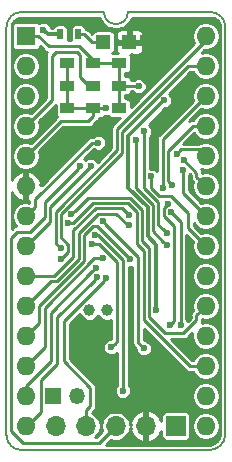
<source format=gbl>
G04 #@! TF.GenerationSoftware,KiCad,Pcbnew,5.0.1-33cea8e~68~ubuntu16.04.1*
G04 #@! TF.CreationDate,2018-11-17T04:31:05+03:00*
G04 #@! TF.ProjectId,ayx,6179782E6B696361645F706362000000,rev?*
G04 #@! TF.SameCoordinates,Original*
G04 #@! TF.FileFunction,Copper,L2,Bot,Signal*
G04 #@! TF.FilePolarity,Positive*
%FSLAX46Y46*%
G04 Gerber Fmt 4.6, Leading zero omitted, Abs format (unit mm)*
G04 Created by KiCad (PCBNEW 5.0.1-33cea8e~68~ubuntu16.04.1) date Сб 17 ноя 2018 04:31:05*
%MOMM*%
%LPD*%
G01*
G04 APERTURE LIST*
G04 #@! TA.AperFunction,NonConductor*
%ADD10C,0.150000*%
G04 #@! TD*
G04 #@! TA.AperFunction,ComponentPad*
%ADD11O,1.600000X1.600000*%
G04 #@! TD*
G04 #@! TA.AperFunction,ComponentPad*
%ADD12R,1.600000X1.600000*%
G04 #@! TD*
G04 #@! TA.AperFunction,ComponentPad*
%ADD13O,1.700000X1.700000*%
G04 #@! TD*
G04 #@! TA.AperFunction,ComponentPad*
%ADD14R,1.700000X1.700000*%
G04 #@! TD*
G04 #@! TA.AperFunction,SMDPad,CuDef*
%ADD15R,1.200000X0.900000*%
G04 #@! TD*
G04 #@! TA.AperFunction,ComponentPad*
%ADD16O,1.350000X1.350000*%
G04 #@! TD*
G04 #@! TA.AperFunction,ComponentPad*
%ADD17R,1.350000X1.350000*%
G04 #@! TD*
G04 #@! TA.AperFunction,SMDPad,CuDef*
%ADD18R,1.200000X1.200000*%
G04 #@! TD*
G04 #@! TA.AperFunction,SMDPad,CuDef*
%ADD19R,0.500000X0.900000*%
G04 #@! TD*
G04 #@! TA.AperFunction,ComponentPad*
%ADD20C,1.000000*%
G04 #@! TD*
G04 #@! TA.AperFunction,ViaPad*
%ADD21C,0.600000*%
G04 #@! TD*
G04 #@! TA.AperFunction,Conductor*
%ADD22C,0.300000*%
G04 #@! TD*
G04 #@! TA.AperFunction,Conductor*
%ADD23C,0.250000*%
G04 #@! TD*
G04 APERTURE END LIST*
D10*
X146939000Y-84328000D02*
G75*
G03X148971000Y-84328000I1016000J0D01*
G01*
X146939000Y-84328000D02*
X139954000Y-84328000D01*
X155829000Y-121417761D02*
G75*
G03X157226000Y-120142000I0J1402761D01*
G01*
X138684000Y-120142000D02*
G75*
G03X139954000Y-121412000I1270000J0D01*
G01*
X157226000Y-85598000D02*
G75*
G03X155956000Y-84328000I-1270000J0D01*
G01*
X139954000Y-84328000D02*
G75*
G03X138684000Y-85598000I0J-1270000D01*
G01*
X138684000Y-120142000D02*
X138684000Y-85598000D01*
X155829000Y-121412000D02*
X139954000Y-121412000D01*
X157226000Y-85598000D02*
X157226000Y-120142000D01*
X148971000Y-84328000D02*
X155956000Y-84328000D01*
D11*
G04 #@! TO.P,U2,28*
G04 #@! TO.N,Z80_D0*
X155575000Y-86360000D03*
G04 #@! TO.P,U2,14*
G04 #@! TO.N,IOA0*
X140335000Y-119380000D03*
G04 #@! TO.P,U2,27*
G04 #@! TO.N,Z80_D1*
X155575000Y-88900000D03*
G04 #@! TO.P,U2,13*
G04 #@! TO.N,IOA1*
X140335000Y-116840000D03*
G04 #@! TO.P,U2,26*
G04 #@! TO.N,Z80_D2*
X155575000Y-91440000D03*
G04 #@! TO.P,U2,12*
G04 #@! TO.N,IOA2*
X140335000Y-114300000D03*
G04 #@! TO.P,U2,25*
G04 #@! TO.N,Z80_D3*
X155575000Y-93980000D03*
G04 #@! TO.P,U2,11*
G04 #@! TO.N,IOA3*
X140335000Y-111760000D03*
G04 #@! TO.P,U2,24*
G04 #@! TO.N,Z80_D4*
X155575000Y-96520000D03*
G04 #@! TO.P,U2,10*
G04 #@! TO.N,IOA4*
X140335000Y-109220000D03*
G04 #@! TO.P,U2,23*
G04 #@! TO.N,Z80_D5*
X155575000Y-99060000D03*
G04 #@! TO.P,U2,9*
G04 #@! TO.N,IOA5*
X140335000Y-106680000D03*
G04 #@! TO.P,U2,22*
G04 #@! TO.N,Z80_D6*
X155575000Y-101600000D03*
G04 #@! TO.P,U2,8*
G04 #@! TO.N,IOA6*
X140335000Y-104140000D03*
G04 #@! TO.P,U2,21*
G04 #@! TO.N,Z80_D7*
X155575000Y-104140000D03*
G04 #@! TO.P,U2,7*
G04 #@! TO.N,IOA7*
X140335000Y-101600000D03*
G04 #@! TO.P,U2,20*
G04 #@! TO.N,AY_BC1*
X155575000Y-106680000D03*
G04 #@! TO.P,U2,6*
G04 #@! TO.N,GND*
X140335000Y-99060000D03*
G04 #@! TO.P,U2,19*
G04 #@! TO.N,AY_BC2*
X155575000Y-109220000D03*
G04 #@! TO.P,U2,5*
G04 #@! TO.N,A_CHA*
X140335000Y-96520000D03*
G04 #@! TO.P,U2,18*
G04 #@! TO.N,AY_BDIR*
X155575000Y-111760000D03*
G04 #@! TO.P,U2,4*
G04 #@! TO.N,A_CHB*
X140335000Y-93980000D03*
G04 #@! TO.P,U2,17*
G04 #@! TO.N,AY_A8*
X155575000Y-114300000D03*
G04 #@! TO.P,U2,3*
G04 #@! TO.N,VDD5*
X140335000Y-91440000D03*
G04 #@! TO.P,U2,16*
G04 #@! TO.N,~AY_RST*
X155575000Y-116840000D03*
G04 #@! TO.P,U2,2*
G04 #@! TO.N,Net-(U2-Pad2)*
X140335000Y-88900000D03*
G04 #@! TO.P,U2,15*
G04 #@! TO.N,AY_CLK*
X155575000Y-119380000D03*
D12*
G04 #@! TO.P,U2,1*
G04 #@! TO.N,A_CHC*
X140335000Y-86360000D03*
G04 #@! TD*
D13*
G04 #@! TO.P,J2,5*
G04 #@! TO.N,SWD*
X142875000Y-119380000D03*
G04 #@! TO.P,J2,4*
G04 #@! TO.N,~RES*
X145415000Y-119380000D03*
G04 #@! TO.P,J2,3*
G04 #@! TO.N,SWDIO*
X147955000Y-119380000D03*
G04 #@! TO.P,J2,2*
G04 #@! TO.N,GND*
X150495000Y-119380000D03*
D14*
G04 #@! TO.P,J2,1*
G04 #@! TO.N,SWCLK*
X153035000Y-119380000D03*
G04 #@! TD*
D15*
G04 #@! TO.P,R6,2*
G04 #@! TO.N,A_CHA*
X143850000Y-92456000D03*
G04 #@! TO.P,R6,1*
X146050000Y-92456000D03*
G04 #@! TD*
G04 #@! TO.P,R7,2*
G04 #@! TO.N,A_CHA*
X143850000Y-90551000D03*
G04 #@! TO.P,R7,1*
G04 #@! TO.N,A_CHB*
X146050000Y-90551000D03*
G04 #@! TD*
G04 #@! TO.P,R8,2*
G04 #@! TO.N,A_CHA*
X143850000Y-88646000D03*
G04 #@! TO.P,R8,1*
G04 #@! TO.N,A_CHC*
X146050000Y-88646000D03*
G04 #@! TD*
G04 #@! TO.P,R9,2*
G04 #@! TO.N,A_CHC*
X148250000Y-88646000D03*
G04 #@! TO.P,R9,1*
X146050000Y-88646000D03*
G04 #@! TD*
G04 #@! TO.P,R10,2*
G04 #@! TO.N,A_CHC*
X148250000Y-92456000D03*
G04 #@! TO.P,R10,1*
G04 #@! TO.N,A_CHA*
X146050000Y-92456000D03*
G04 #@! TD*
G04 #@! TO.P,R11,2*
G04 #@! TO.N,A_CHC*
X148250000Y-90551000D03*
G04 #@! TO.P,R11,1*
G04 #@! TO.N,A_CHB*
X146050000Y-90551000D03*
G04 #@! TD*
D16*
G04 #@! TO.P,JP1,2*
G04 #@! TO.N,Net-(JP1-Pad2)*
X144627600Y-116840000D03*
D17*
G04 #@! TO.P,JP1,1*
G04 #@! TO.N,VDD33*
X142627600Y-116840000D03*
G04 #@! TD*
D18*
G04 #@! TO.P,D1,1*
G04 #@! TO.N,GND*
X149100000Y-86868000D03*
G04 #@! TO.P,D1,2*
G04 #@! TO.N,Net-(D1-Pad2)*
X146900000Y-86868000D03*
G04 #@! TD*
D19*
G04 #@! TO.P,R12,2*
G04 #@! TO.N,Net-(D1-Pad2)*
X144750000Y-86200000D03*
G04 #@! TO.P,R12,1*
G04 #@! TO.N,VDD5*
X143250000Y-86200000D03*
G04 #@! TD*
D20*
G04 #@! TO.P,Y1,2*
G04 #@! TO.N,Net-(C2-Pad2)*
X147218400Y-109575600D03*
G04 #@! TO.P,Y1,1*
G04 #@! TO.N,Net-(C1-Pad2)*
X145718400Y-109575600D03*
G04 #@! TD*
D21*
G04 #@! TO.N,VDDA33*
X152031449Y-91803449D03*
X151370743Y-109549891D03*
G04 #@! TO.N,GND*
X150289108Y-86490942D03*
X141833600Y-90906600D03*
X154533600Y-108102400D03*
X156235400Y-113030000D03*
X146456400Y-114274600D03*
X146735800Y-93903800D03*
X154025600Y-91744800D03*
G04 #@! TO.N,SWCLK*
X150317198Y-112801400D03*
X146844816Y-102043375D03*
G04 #@! TO.N,SWDIO*
X144946640Y-97362973D03*
G04 #@! TO.N,~RES*
X147157727Y-106882748D03*
G04 #@! TO.N,SWD*
X146149210Y-103181824D03*
X148539200Y-116408200D03*
G04 #@! TO.N,Net-(R4-Pad2)*
X152362369Y-100545764D03*
X152499451Y-110850143D03*
G04 #@! TO.N,Net-(R5-Pad2)*
X153423498Y-110809994D03*
X152633643Y-101298379D03*
G04 #@! TO.N,IOA0*
X146364996Y-106773788D03*
G04 #@! TO.N,IOA1*
X146241545Y-105983367D03*
G04 #@! TO.N,IOA2*
X146865235Y-105182725D03*
G04 #@! TO.N,IOA3*
X149159435Y-105241892D03*
G04 #@! TO.N,A_CHA*
X149663585Y-95126688D03*
X152264779Y-104063800D03*
X147116800Y-92481402D03*
G04 #@! TO.N,A_CHC*
X150331444Y-94434278D03*
X152264779Y-103022400D03*
X149885400Y-90627200D03*
G04 #@! TO.N,IOA4*
X149077694Y-102360635D03*
G04 #@! TO.N,IOA5*
X149083576Y-101548487D03*
G04 #@! TO.N,Z80_D2*
X151916120Y-99231602D03*
G04 #@! TO.N,Z80_D3*
X152670249Y-98964567D03*
G04 #@! TO.N,Z80_D4*
X153098576Y-96328860D03*
G04 #@! TO.N,Z80_D5*
X153705390Y-96850200D03*
G04 #@! TO.N,Z80_D6*
X153618343Y-97669024D03*
G04 #@! TO.N,Z80_D7*
X150951837Y-98251192D03*
G04 #@! TO.N,IOA6*
X145835290Y-97373401D03*
G04 #@! TO.N,IOA7*
X146456400Y-95377002D03*
G04 #@! TO.N,AY_BC2*
X144180065Y-101432835D03*
G04 #@! TO.N,AY_A8*
X143924611Y-102190966D03*
G04 #@! TO.N,Z80_D0*
X143287557Y-104338244D03*
G04 #@! TO.N,Z80_D1*
X143270012Y-105257573D03*
G04 #@! TO.N,VDD5*
X141822782Y-85827000D03*
G04 #@! TO.N,Net-(JP1-Pad2)*
X145915340Y-103946889D03*
X147548600Y-112699800D03*
G04 #@! TD*
D22*
G04 #@! TO.N,VDDA33*
X148971624Y-94863274D02*
X148971624Y-99192116D01*
X151370743Y-109125627D02*
X151370743Y-109549891D01*
X148971624Y-99192116D02*
X150633608Y-100854100D01*
X151370743Y-104050543D02*
X151370743Y-109125627D01*
X150633608Y-103313408D02*
X151370743Y-104050543D01*
X150633608Y-100854100D02*
X150633608Y-103313408D01*
X152031449Y-91803449D02*
X148971624Y-94863274D01*
D23*
G04 #@! TO.N,GND*
X149100000Y-86868000D02*
X149912050Y-86868000D01*
X149912050Y-86868000D02*
X150289108Y-86490942D01*
G04 #@! TO.N,SWCLK*
X150317198Y-112801400D02*
X149845719Y-112329921D01*
X147144815Y-102343374D02*
X146844816Y-102043375D01*
X149850001Y-108872807D02*
X149850001Y-105048560D01*
X149850001Y-105048560D02*
X147144815Y-102343374D01*
X149845719Y-108877089D02*
X149850001Y-108872807D01*
X149845719Y-112329921D02*
X149845719Y-108877089D01*
G04 #@! TO.N,SWDIO*
X141935200Y-100374413D02*
X144646641Y-97662972D01*
X141935200Y-101664802D02*
X141935200Y-100374413D01*
X139599200Y-102920800D02*
X140679202Y-102920800D01*
X147955000Y-119380000D02*
X146507200Y-120827800D01*
X144646641Y-97662972D02*
X144946640Y-97362973D01*
X146507200Y-120827800D02*
X140117798Y-120827800D01*
X139090400Y-103429600D02*
X139599200Y-102920800D01*
X140117798Y-120827800D02*
X139090400Y-119800402D01*
X140679202Y-102920800D02*
X141935200Y-101664802D01*
X139090400Y-119800402D02*
X139090400Y-103429600D01*
G04 #@! TO.N,~RES*
X146857728Y-107182747D02*
X147157727Y-106882748D01*
X143535400Y-110505075D02*
X146857728Y-107182747D01*
X143535400Y-113893600D02*
X143535400Y-110505075D01*
X145415000Y-118059200D02*
X145796000Y-117678200D01*
X145415000Y-119380000D02*
X145415000Y-118059200D01*
X145796000Y-117678200D02*
X145796000Y-116154200D01*
X145796000Y-116154200D02*
X143535400Y-113893600D01*
G04 #@! TO.N,SWD*
X148539200Y-115983936D02*
X148539200Y-116408200D01*
X148539200Y-105319005D02*
X148539200Y-115983936D01*
X146402019Y-103181824D02*
X148539200Y-105319005D01*
X146149210Y-103181824D02*
X146402019Y-103181824D01*
G04 #@! TO.N,Net-(R4-Pad2)*
X152008641Y-100899492D02*
X152008641Y-101598381D01*
X152889789Y-102479529D02*
X152889789Y-110459805D01*
X152889789Y-110459805D02*
X152799450Y-110550144D01*
X152008641Y-101598381D02*
X152889789Y-102479529D01*
X152799450Y-110550144D02*
X152499451Y-110850143D01*
X152362369Y-100545764D02*
X152008641Y-100899492D01*
G04 #@! TO.N,Net-(R5-Pad2)*
X153423498Y-102088234D02*
X152933642Y-101598378D01*
X153423498Y-110809994D02*
X153423498Y-102088234D01*
X152933642Y-101598378D02*
X152633643Y-101298379D01*
G04 #@! TO.N,IOA0*
X142951200Y-110187584D02*
X146064997Y-107073787D01*
X142951200Y-114122200D02*
X142951200Y-110187584D01*
X140335000Y-119380000D02*
X140385800Y-119380000D01*
X146064997Y-107073787D02*
X146364996Y-106773788D01*
X140385800Y-119380000D02*
X141579600Y-118186200D01*
X141579600Y-118186200D02*
X141579600Y-115493800D01*
X141579600Y-115493800D02*
X142951200Y-114122200D01*
G04 #@! TO.N,IOA1*
X140335000Y-116840000D02*
X140335000Y-115965002D01*
X140335000Y-115965002D02*
X142417800Y-113882202D01*
X145941546Y-106283366D02*
X146241545Y-105983367D01*
X142417800Y-109807112D02*
X145941546Y-106283366D01*
X142417800Y-113882202D02*
X142417800Y-109807112D01*
G04 #@! TO.N,IOA2*
X141655800Y-112979200D02*
X140335000Y-114300000D01*
X146137975Y-105182725D02*
X141910011Y-109410689D01*
X146865235Y-105182725D02*
X146137975Y-105182725D01*
X141910011Y-109410689D02*
X141910011Y-112724989D01*
X141910011Y-112724989D02*
X141655800Y-112979200D01*
G04 #@! TO.N,IOA3*
X146355743Y-102438200D02*
X148859436Y-104941893D01*
X146008936Y-102438200D02*
X146355743Y-102438200D01*
X145262600Y-105421691D02*
X145262600Y-103184536D01*
X145262600Y-103184536D02*
X146008936Y-102438200D01*
X141460001Y-110634999D02*
X141460001Y-109224289D01*
X148859436Y-104941893D02*
X149159435Y-105241892D01*
X140335000Y-111760000D02*
X141460001Y-110634999D01*
X141460001Y-109224289D02*
X145262600Y-105421691D01*
G04 #@! TO.N,A_CHA*
X140335000Y-96520000D02*
X143264537Y-93590463D01*
X143264537Y-93590463D02*
X145615537Y-93590463D01*
X145615537Y-93590463D02*
X146050000Y-93156000D01*
X143850000Y-92456000D02*
X146050000Y-92456000D01*
X143850000Y-88900000D02*
X143850000Y-92456000D01*
X151108619Y-102907640D02*
X151964780Y-103763801D01*
X149663585Y-95126688D02*
X149663585Y-99189539D01*
X149663585Y-99189539D02*
X151108619Y-100634573D01*
X151964780Y-103763801D02*
X152264779Y-104063800D01*
X151108619Y-100634573D02*
X151108619Y-102907640D01*
X146050000Y-92456000D02*
X146050000Y-93156000D01*
X146075402Y-92481402D02*
X146050000Y-92456000D01*
X147116800Y-92481402D02*
X146075402Y-92481402D01*
G04 #@! TO.N,A_CHC*
X144860539Y-87231316D02*
X142256316Y-87231316D01*
X146050000Y-88420777D02*
X144860539Y-87231316D01*
X146050000Y-88900000D02*
X146050000Y-88420777D01*
X142256316Y-87231316D02*
X141385000Y-86360000D01*
X141385000Y-86360000D02*
X140335000Y-86360000D01*
X148250000Y-88900000D02*
X148250000Y-92456000D01*
X146050000Y-88646000D02*
X148250000Y-88646000D01*
X149809200Y-90551000D02*
X149885400Y-90627200D01*
X148250000Y-90551000D02*
X149809200Y-90551000D01*
X151558630Y-100448173D02*
X151558630Y-102316251D01*
X150331444Y-97946581D02*
X150326835Y-97951190D01*
X150326835Y-99216378D02*
X151558630Y-100448173D01*
X151964780Y-102722401D02*
X152264779Y-103022400D01*
X151558630Y-102316251D02*
X151964780Y-102722401D01*
X150331444Y-94434278D02*
X150331444Y-97946581D01*
X150326835Y-97951190D02*
X150326835Y-99216378D01*
G04 #@! TO.N,IOA4*
X149077694Y-102360635D02*
X149045835Y-102360635D01*
X142936080Y-107111800D02*
X142443200Y-107111800D01*
X144812589Y-105235291D02*
X142936080Y-107111800D01*
X146421666Y-101389059D02*
X144812589Y-102998136D01*
X144812589Y-102998136D02*
X144812589Y-105235291D01*
X147999146Y-101389059D02*
X146421666Y-101389059D01*
X148970722Y-102360635D02*
X147999146Y-101389059D01*
X149077694Y-102360635D02*
X148970722Y-102360635D01*
X142443200Y-107111800D02*
X140335000Y-109220000D01*
G04 #@! TO.N,IOA5*
X144362578Y-105048891D02*
X144362578Y-102811736D01*
X141466370Y-106680000D02*
X141484581Y-106661789D01*
X144362578Y-102811736D02*
X146235266Y-100939048D01*
X146235266Y-100939048D02*
X148474137Y-100939048D01*
X148474137Y-100939048D02*
X148783577Y-101248488D01*
X142749680Y-106661789D02*
X144362578Y-105048891D01*
X148783577Y-101248488D02*
X149083576Y-101548487D01*
X141484581Y-106661789D02*
X142749680Y-106661789D01*
X140335000Y-106680000D02*
X141466370Y-106680000D01*
G04 #@! TO.N,Z80_D2*
X151917400Y-99230322D02*
X151916120Y-99231602D01*
X155575000Y-91440000D02*
X151917400Y-95097600D01*
X151917400Y-95097600D02*
X151917400Y-99230322D01*
G04 #@! TO.N,Z80_D3*
X154443630Y-93980000D02*
X155575000Y-93980000D01*
X152370250Y-96053380D02*
X154443630Y-93980000D01*
X152670249Y-98964567D02*
X152370250Y-98664568D01*
X152370250Y-98664568D02*
X152370250Y-96053380D01*
G04 #@! TO.N,Z80_D4*
X153398575Y-96028861D02*
X153098576Y-96328860D01*
X153466236Y-95961200D02*
X153398575Y-96028861D01*
X155016200Y-95961200D02*
X153466236Y-95961200D01*
X155575000Y-96520000D02*
X155016200Y-95961200D01*
G04 #@! TO.N,Z80_D5*
X154775001Y-97919811D02*
X153705390Y-96850200D01*
X155575000Y-99060000D02*
X154775001Y-98260001D01*
X154775001Y-98260001D02*
X154775001Y-97919811D01*
G04 #@! TO.N,Z80_D6*
X155575000Y-101600000D02*
X153618343Y-99643343D01*
X153618343Y-98093288D02*
X153618343Y-97669024D01*
X153618343Y-99643343D02*
X153618343Y-98093288D01*
G04 #@! TO.N,Z80_D7*
X154076400Y-101339266D02*
X152631923Y-99894789D01*
X155575000Y-104140000D02*
X154076400Y-102641400D01*
X154076400Y-102641400D02*
X154076400Y-101339266D01*
X150951837Y-99204970D02*
X150951837Y-98675456D01*
X150951837Y-98675456D02*
X150951837Y-98251192D01*
X151641656Y-99894789D02*
X150951837Y-99204970D01*
X152631923Y-99894789D02*
X151641656Y-99894789D01*
G04 #@! TO.N,IOA6*
X142392400Y-100816291D02*
X145535291Y-97673400D01*
X142392400Y-102082600D02*
X142392400Y-100816291D01*
X145535291Y-97673400D02*
X145835290Y-97373401D01*
X140335000Y-104140000D02*
X142392400Y-102082600D01*
G04 #@! TO.N,IOA7*
X140335000Y-101600000D02*
X141134999Y-100800001D01*
X141134999Y-100800001D02*
X141134999Y-100169089D01*
X146032136Y-95377002D02*
X146456400Y-95377002D01*
X145927086Y-95377002D02*
X146032136Y-95377002D01*
X141134999Y-100169089D02*
X145927086Y-95377002D01*
G04 #@! TO.N,AY_BC2*
X155575000Y-109220000D02*
X154775001Y-110019999D01*
X145573874Y-100039026D02*
X144480064Y-101132836D01*
X150158597Y-103755030D02*
X150158597Y-101050856D01*
X150745741Y-109249889D02*
X150750023Y-109245607D01*
X153670000Y-111531400D02*
X152116351Y-111531400D01*
X144480064Y-101132836D02*
X144180065Y-101432835D01*
X150158597Y-101050856D02*
X149146767Y-100039026D01*
X150745741Y-110160790D02*
X150745741Y-109249889D01*
X152116351Y-111531400D02*
X150745741Y-110160790D01*
X154775001Y-110426399D02*
X153670000Y-111531400D01*
X149146767Y-100039026D02*
X145573874Y-100039026D01*
X150750023Y-104346456D02*
X150158597Y-103755030D01*
X150750023Y-109245607D02*
X150750023Y-104346456D01*
X154775001Y-110019999D02*
X154775001Y-110426399D01*
G04 #@! TO.N,AY_A8*
X155575000Y-114300000D02*
X154195584Y-114300000D01*
X150295730Y-109063489D02*
X150300012Y-109059207D01*
X150300012Y-104532856D02*
X149708586Y-103941430D01*
X146048866Y-100489037D02*
X144346937Y-102190966D01*
X150300012Y-109059207D02*
X150300012Y-104532856D01*
X154195584Y-114300000D02*
X150295730Y-110400146D01*
X149708586Y-101237256D02*
X148960367Y-100489037D01*
X149708586Y-103941430D02*
X149708586Y-101237256D01*
X148960367Y-100489037D02*
X146048866Y-100489037D01*
X150295730Y-110400146D02*
X150295730Y-109063489D01*
X144346937Y-102190966D02*
X143924611Y-102190966D01*
G04 #@! TO.N,Z80_D0*
X142849600Y-103900287D02*
X142987558Y-104038245D01*
X142987558Y-104038245D02*
X143287557Y-104338244D01*
X142849600Y-101242990D02*
X142849600Y-103900287D01*
X155575000Y-86360000D02*
X155575000Y-86703587D01*
X148046602Y-94231985D02*
X148046602Y-96045988D01*
X155575000Y-86703587D02*
X148046602Y-94231985D01*
X148046602Y-96045988D02*
X142849600Y-101242990D01*
G04 #@! TO.N,Z80_D1*
X143912567Y-104615018D02*
X143570011Y-104957574D01*
X155575000Y-88900000D02*
X154051000Y-88900000D01*
X148496613Y-94454387D02*
X148496613Y-96232388D01*
X143570011Y-104957574D02*
X143270012Y-105257573D01*
X154051000Y-88900000D02*
X148496613Y-94454387D01*
X148496613Y-96232388D02*
X143299611Y-101429390D01*
X143299611Y-101429390D02*
X143299611Y-103415287D01*
X143299611Y-103415287D02*
X143912567Y-104028243D01*
X143912567Y-104028243D02*
X143912567Y-104615018D01*
D22*
G04 #@! TO.N,VDD5*
X142122781Y-86126999D02*
X141822782Y-85827000D01*
X143250000Y-86200000D02*
X142195782Y-86200000D01*
X142195782Y-86200000D02*
X142122781Y-86126999D01*
D23*
G04 #@! TO.N,Net-(JP1-Pad2)*
X145915340Y-103946889D02*
X146530674Y-103946889D01*
X147848599Y-112399801D02*
X147548600Y-112699800D01*
X148051799Y-105468014D02*
X148051799Y-112196601D01*
X146530674Y-103946889D02*
X148051799Y-105468014D01*
X148051799Y-112196601D02*
X147848599Y-112399801D01*
G04 #@! TO.N,A_CHB*
X144674139Y-87681327D02*
X144929332Y-87936520D01*
X144929332Y-87936520D02*
X144929332Y-89834332D01*
X144929332Y-89834332D02*
X145900000Y-90805000D01*
X145900000Y-90805000D02*
X146050000Y-90805000D01*
X140335000Y-93980000D02*
X142532528Y-91782472D01*
X142869509Y-87681327D02*
X144674139Y-87681327D01*
X142532528Y-91782472D02*
X142532528Y-88018308D01*
X142532528Y-88018308D02*
X142869509Y-87681327D01*
G04 #@! TO.N,Net-(D1-Pad2)*
X145255000Y-86200000D02*
X145923000Y-86868000D01*
X145923000Y-86868000D02*
X146900000Y-86868000D01*
X144750000Y-86200000D02*
X145255000Y-86200000D01*
G04 #@! TD*
G04 #@! TO.N,GND*
G36*
X146611396Y-84892501D02*
X146642176Y-84966813D01*
X146642179Y-84966816D01*
X146862417Y-85296425D01*
X146986573Y-85420581D01*
X147316184Y-85640821D01*
X147316187Y-85640824D01*
X147378709Y-85666721D01*
X147478403Y-85708016D01*
X147478409Y-85708016D01*
X147867203Y-85785352D01*
X147867209Y-85785354D01*
X147955000Y-85785353D01*
X148042791Y-85785354D01*
X148042797Y-85785352D01*
X148431591Y-85708016D01*
X148431597Y-85708016D01*
X148531291Y-85666721D01*
X148593813Y-85640824D01*
X148593816Y-85640821D01*
X148923427Y-85420581D01*
X149047583Y-85296425D01*
X149267821Y-84966816D01*
X149267824Y-84966813D01*
X149298604Y-84892501D01*
X149322837Y-84834000D01*
X156234125Y-84834000D01*
X156478622Y-84975161D01*
X156660129Y-85191472D01*
X156763581Y-85475703D01*
X156776000Y-85617651D01*
X156776001Y-120084173D01*
X156693100Y-120401428D01*
X156521339Y-120660493D01*
X156274925Y-120849952D01*
X155962017Y-120955596D01*
X155875957Y-120962524D01*
X155873321Y-120962000D01*
X147080106Y-120962000D01*
X147503013Y-120539094D01*
X147834348Y-120605000D01*
X148075652Y-120605000D01*
X148432971Y-120533925D01*
X148838176Y-120263176D01*
X149108925Y-119857971D01*
X149179135Y-119505002D01*
X149256932Y-119505002D01*
X149162096Y-119717669D01*
X149392778Y-120202046D01*
X149791263Y-120561274D01*
X150157332Y-120712893D01*
X150370000Y-120617453D01*
X150370000Y-119505000D01*
X150350000Y-119505000D01*
X150350000Y-119255000D01*
X150370000Y-119255000D01*
X150370000Y-118142547D01*
X150620000Y-118142547D01*
X150620000Y-119255000D01*
X150640000Y-119255000D01*
X150640000Y-119505000D01*
X150620000Y-119505000D01*
X150620000Y-120617453D01*
X150832668Y-120712893D01*
X151198737Y-120561274D01*
X151597222Y-120202046D01*
X151802654Y-119770688D01*
X151802654Y-120230000D01*
X151831758Y-120376317D01*
X151914641Y-120500359D01*
X152038683Y-120583242D01*
X152185000Y-120612346D01*
X153885000Y-120612346D01*
X154031317Y-120583242D01*
X154155359Y-120500359D01*
X154238242Y-120376317D01*
X154267346Y-120230000D01*
X154267346Y-119380000D01*
X154376981Y-119380000D01*
X154468175Y-119838462D01*
X154727873Y-120227127D01*
X155116538Y-120486825D01*
X155459276Y-120555000D01*
X155690724Y-120555000D01*
X156033462Y-120486825D01*
X156422127Y-120227127D01*
X156681825Y-119838462D01*
X156773019Y-119380000D01*
X156681825Y-118921538D01*
X156422127Y-118532873D01*
X156033462Y-118273175D01*
X155690724Y-118205000D01*
X155459276Y-118205000D01*
X155116538Y-118273175D01*
X154727873Y-118532873D01*
X154468175Y-118921538D01*
X154376981Y-119380000D01*
X154267346Y-119380000D01*
X154267346Y-118530000D01*
X154238242Y-118383683D01*
X154155359Y-118259641D01*
X154031317Y-118176758D01*
X153885000Y-118147654D01*
X152185000Y-118147654D01*
X152038683Y-118176758D01*
X151914641Y-118259641D01*
X151831758Y-118383683D01*
X151802654Y-118530000D01*
X151802654Y-118989312D01*
X151597222Y-118557954D01*
X151198737Y-118198726D01*
X150832668Y-118047107D01*
X150620000Y-118142547D01*
X150370000Y-118142547D01*
X150157332Y-118047107D01*
X149791263Y-118198726D01*
X149392778Y-118557954D01*
X149162096Y-119042331D01*
X149256932Y-119254998D01*
X149179135Y-119254998D01*
X149108925Y-118902029D01*
X148838176Y-118496824D01*
X148432971Y-118226075D01*
X148075652Y-118155000D01*
X147834348Y-118155000D01*
X147477029Y-118226075D01*
X147071824Y-118496824D01*
X146801075Y-118902029D01*
X146706001Y-119380000D01*
X146795906Y-119831987D01*
X146300094Y-120327800D01*
X146201459Y-120327800D01*
X146298176Y-120263176D01*
X146568925Y-119857971D01*
X146663999Y-119380000D01*
X146568925Y-118902029D01*
X146298176Y-118496824D01*
X145930293Y-118251013D01*
X146114732Y-118066574D01*
X146156480Y-118038680D01*
X146266989Y-117873290D01*
X146296000Y-117727443D01*
X146296000Y-117727442D01*
X146305795Y-117678201D01*
X146296000Y-117628960D01*
X146296000Y-116203440D01*
X146305795Y-116154199D01*
X146280263Y-116025843D01*
X146266989Y-115959110D01*
X146156480Y-115793720D01*
X146114732Y-115765825D01*
X144035400Y-113686494D01*
X144035400Y-110712181D01*
X144888662Y-109858920D01*
X144976611Y-110071248D01*
X145222752Y-110317389D01*
X145544352Y-110450600D01*
X145892448Y-110450600D01*
X146214048Y-110317389D01*
X146460189Y-110071248D01*
X146468400Y-110051425D01*
X146476611Y-110071248D01*
X146722752Y-110317389D01*
X147044352Y-110450600D01*
X147392448Y-110450600D01*
X147551800Y-110384594D01*
X147551800Y-111989494D01*
X147516494Y-112024800D01*
X147414334Y-112024800D01*
X147166243Y-112127563D01*
X146976363Y-112317443D01*
X146873600Y-112565534D01*
X146873600Y-112834066D01*
X146976363Y-113082157D01*
X147166243Y-113272037D01*
X147414334Y-113374800D01*
X147682866Y-113374800D01*
X147930957Y-113272037D01*
X148039201Y-113163793D01*
X148039201Y-115934689D01*
X148039200Y-115934694D01*
X148039200Y-115953606D01*
X147966963Y-116025843D01*
X147864200Y-116273934D01*
X147864200Y-116542466D01*
X147966963Y-116790557D01*
X148156843Y-116980437D01*
X148404934Y-117083200D01*
X148673466Y-117083200D01*
X148921557Y-116980437D01*
X149061994Y-116840000D01*
X154376981Y-116840000D01*
X154468175Y-117298462D01*
X154727873Y-117687127D01*
X155116538Y-117946825D01*
X155459276Y-118015000D01*
X155690724Y-118015000D01*
X156033462Y-117946825D01*
X156422127Y-117687127D01*
X156681825Y-117298462D01*
X156773019Y-116840000D01*
X156681825Y-116381538D01*
X156422127Y-115992873D01*
X156033462Y-115733175D01*
X155690724Y-115665000D01*
X155459276Y-115665000D01*
X155116538Y-115733175D01*
X154727873Y-115992873D01*
X154468175Y-116381538D01*
X154376981Y-116840000D01*
X149061994Y-116840000D01*
X149111437Y-116790557D01*
X149214200Y-116542466D01*
X149214200Y-116273934D01*
X149111437Y-116025843D01*
X149039200Y-115953606D01*
X149039200Y-105916892D01*
X149293701Y-105916892D01*
X149350002Y-105893571D01*
X149350001Y-108806321D01*
X149335924Y-108877089D01*
X149345720Y-108926335D01*
X149345719Y-112280680D01*
X149335924Y-112329921D01*
X149345719Y-112379162D01*
X149345719Y-112379163D01*
X149374730Y-112525010D01*
X149485239Y-112690401D01*
X149526989Y-112718297D01*
X149642198Y-112833506D01*
X149642198Y-112935666D01*
X149744961Y-113183757D01*
X149934841Y-113373637D01*
X150182932Y-113476400D01*
X150451464Y-113476400D01*
X150699555Y-113373637D01*
X150889435Y-113183757D01*
X150992198Y-112935666D01*
X150992198Y-112667134D01*
X150889435Y-112419043D01*
X150699555Y-112229163D01*
X150451464Y-112126400D01*
X150349304Y-112126400D01*
X150345719Y-112122815D01*
X150345719Y-111157241D01*
X153807209Y-114618732D01*
X153835104Y-114660480D01*
X154000494Y-114770989D01*
X154146341Y-114800000D01*
X154146342Y-114800000D01*
X154195583Y-114809795D01*
X154244824Y-114800000D01*
X154495930Y-114800000D01*
X154727873Y-115147127D01*
X155116538Y-115406825D01*
X155459276Y-115475000D01*
X155690724Y-115475000D01*
X156033462Y-115406825D01*
X156422127Y-115147127D01*
X156681825Y-114758462D01*
X156773019Y-114300000D01*
X156681825Y-113841538D01*
X156422127Y-113452873D01*
X156033462Y-113193175D01*
X155690724Y-113125000D01*
X155459276Y-113125000D01*
X155116538Y-113193175D01*
X154727873Y-113452873D01*
X154495930Y-113800000D01*
X154402691Y-113800000D01*
X152634091Y-112031400D01*
X153620759Y-112031400D01*
X153670000Y-112041195D01*
X153719241Y-112031400D01*
X153719243Y-112031400D01*
X153865090Y-112002389D01*
X154030480Y-111891880D01*
X154058376Y-111850130D01*
X154433712Y-111474794D01*
X154376981Y-111760000D01*
X154468175Y-112218462D01*
X154727873Y-112607127D01*
X155116538Y-112866825D01*
X155459276Y-112935000D01*
X155690724Y-112935000D01*
X156033462Y-112866825D01*
X156422127Y-112607127D01*
X156681825Y-112218462D01*
X156773019Y-111760000D01*
X156681825Y-111301538D01*
X156422127Y-110912873D01*
X156033462Y-110653175D01*
X155690724Y-110585000D01*
X155459276Y-110585000D01*
X155241416Y-110628335D01*
X155245990Y-110621489D01*
X155275001Y-110475641D01*
X155284796Y-110426400D01*
X155275001Y-110377159D01*
X155275001Y-110358345D01*
X155459276Y-110395000D01*
X155690724Y-110395000D01*
X156033462Y-110326825D01*
X156422127Y-110067127D01*
X156681825Y-109678462D01*
X156773019Y-109220000D01*
X156681825Y-108761538D01*
X156422127Y-108372873D01*
X156033462Y-108113175D01*
X155690724Y-108045000D01*
X155459276Y-108045000D01*
X155116538Y-108113175D01*
X154727873Y-108372873D01*
X154468175Y-108761538D01*
X154376981Y-109220000D01*
X154458429Y-109629465D01*
X154456271Y-109631623D01*
X154414521Y-109659519D01*
X154304012Y-109824910D01*
X154283276Y-109929158D01*
X154265206Y-110019999D01*
X154275001Y-110069240D01*
X154275001Y-110219292D01*
X154016507Y-110477786D01*
X153995735Y-110427637D01*
X153923498Y-110355400D01*
X153923498Y-106680000D01*
X154376981Y-106680000D01*
X154468175Y-107138462D01*
X154727873Y-107527127D01*
X155116538Y-107786825D01*
X155459276Y-107855000D01*
X155690724Y-107855000D01*
X156033462Y-107786825D01*
X156422127Y-107527127D01*
X156681825Y-107138462D01*
X156773019Y-106680000D01*
X156681825Y-106221538D01*
X156422127Y-105832873D01*
X156033462Y-105573175D01*
X155690724Y-105505000D01*
X155459276Y-105505000D01*
X155116538Y-105573175D01*
X154727873Y-105832873D01*
X154468175Y-106221538D01*
X154376981Y-106680000D01*
X153923498Y-106680000D01*
X153923498Y-103195604D01*
X154458429Y-103730535D01*
X154376981Y-104140000D01*
X154468175Y-104598462D01*
X154727873Y-104987127D01*
X155116538Y-105246825D01*
X155459276Y-105315000D01*
X155690724Y-105315000D01*
X156033462Y-105246825D01*
X156422127Y-104987127D01*
X156681825Y-104598462D01*
X156773019Y-104140000D01*
X156681825Y-103681538D01*
X156422127Y-103292873D01*
X156033462Y-103033175D01*
X155690724Y-102965000D01*
X155459276Y-102965000D01*
X155165535Y-103023429D01*
X154576400Y-102434294D01*
X154576400Y-102220432D01*
X154727873Y-102447127D01*
X155116538Y-102706825D01*
X155459276Y-102775000D01*
X155690724Y-102775000D01*
X156033462Y-102706825D01*
X156422127Y-102447127D01*
X156681825Y-102058462D01*
X156773019Y-101600000D01*
X156681825Y-101141538D01*
X156422127Y-100752873D01*
X156033462Y-100493175D01*
X155690724Y-100425000D01*
X155459276Y-100425000D01*
X155165535Y-100483429D01*
X154118343Y-99436237D01*
X154118343Y-98123618D01*
X154190580Y-98051381D01*
X154193182Y-98045099D01*
X154275001Y-98126918D01*
X154275001Y-98210760D01*
X154265206Y-98260001D01*
X154275001Y-98309242D01*
X154275001Y-98309243D01*
X154304012Y-98455090D01*
X154414521Y-98620481D01*
X154456271Y-98648377D01*
X154458429Y-98650535D01*
X154376981Y-99060000D01*
X154468175Y-99518462D01*
X154727873Y-99907127D01*
X155116538Y-100166825D01*
X155459276Y-100235000D01*
X155690724Y-100235000D01*
X156033462Y-100166825D01*
X156422127Y-99907127D01*
X156681825Y-99518462D01*
X156773019Y-99060000D01*
X156681825Y-98601538D01*
X156422127Y-98212873D01*
X156033462Y-97953175D01*
X155690724Y-97885000D01*
X155459276Y-97885000D01*
X155284776Y-97919710D01*
X155256328Y-97776694D01*
X155245990Y-97724721D01*
X155190395Y-97641516D01*
X155459276Y-97695000D01*
X155690724Y-97695000D01*
X156033462Y-97626825D01*
X156422127Y-97367127D01*
X156681825Y-96978462D01*
X156773019Y-96520000D01*
X156681825Y-96061538D01*
X156422127Y-95672873D01*
X156033462Y-95413175D01*
X155690724Y-95345000D01*
X155459276Y-95345000D01*
X155116538Y-95413175D01*
X155049430Y-95458015D01*
X155016200Y-95451405D01*
X154966959Y-95461200D01*
X153669536Y-95461200D01*
X154557937Y-94572800D01*
X154727873Y-94827127D01*
X155116538Y-95086825D01*
X155459276Y-95155000D01*
X155690724Y-95155000D01*
X156033462Y-95086825D01*
X156422127Y-94827127D01*
X156681825Y-94438462D01*
X156773019Y-93980000D01*
X156681825Y-93521538D01*
X156422127Y-93132873D01*
X156033462Y-92873175D01*
X155690724Y-92805000D01*
X155459276Y-92805000D01*
X155116538Y-92873175D01*
X154727873Y-93132873D01*
X154495930Y-93480000D01*
X154492870Y-93480000D01*
X154443629Y-93470205D01*
X154394388Y-93480000D01*
X154394387Y-93480000D01*
X154248540Y-93509011D01*
X154141723Y-93580383D01*
X155165535Y-92556571D01*
X155459276Y-92615000D01*
X155690724Y-92615000D01*
X156033462Y-92546825D01*
X156422127Y-92287127D01*
X156681825Y-91898462D01*
X156773019Y-91440000D01*
X156681825Y-90981538D01*
X156422127Y-90592873D01*
X156033462Y-90333175D01*
X155690724Y-90265000D01*
X155459276Y-90265000D01*
X155116538Y-90333175D01*
X154727873Y-90592873D01*
X154468175Y-90981538D01*
X154376981Y-91440000D01*
X154458429Y-91849465D01*
X151598671Y-94709223D01*
X151556920Y-94737120D01*
X151446411Y-94902511D01*
X151417400Y-95048357D01*
X151407605Y-95097600D01*
X151417400Y-95146841D01*
X151417401Y-97762162D01*
X151334194Y-97678955D01*
X151086103Y-97576192D01*
X150831444Y-97576192D01*
X150831444Y-94888872D01*
X150903681Y-94816635D01*
X151006444Y-94568544D01*
X151006444Y-94300012D01*
X150903681Y-94051921D01*
X150714560Y-93862800D01*
X152098911Y-92478449D01*
X152165715Y-92478449D01*
X152413806Y-92375686D01*
X152603686Y-92185806D01*
X152706449Y-91937715D01*
X152706449Y-91669183D01*
X152603686Y-91421092D01*
X152420350Y-91237756D01*
X154258107Y-89400000D01*
X154495930Y-89400000D01*
X154727873Y-89747127D01*
X155116538Y-90006825D01*
X155459276Y-90075000D01*
X155690724Y-90075000D01*
X156033462Y-90006825D01*
X156422127Y-89747127D01*
X156681825Y-89358462D01*
X156773019Y-88900000D01*
X156681825Y-88441538D01*
X156422127Y-88052873D01*
X156033462Y-87793175D01*
X155690724Y-87725000D01*
X155459276Y-87725000D01*
X155211385Y-87774309D01*
X155452118Y-87533576D01*
X155459276Y-87535000D01*
X155690724Y-87535000D01*
X156033462Y-87466825D01*
X156422127Y-87207127D01*
X156681825Y-86818462D01*
X156773019Y-86360000D01*
X156681825Y-85901538D01*
X156422127Y-85512873D01*
X156033462Y-85253175D01*
X155690724Y-85185000D01*
X155459276Y-85185000D01*
X155116538Y-85253175D01*
X154727873Y-85512873D01*
X154468175Y-85901538D01*
X154376981Y-86360000D01*
X154468175Y-86818462D01*
X154582267Y-86989213D01*
X149232346Y-92339135D01*
X149232346Y-92006000D01*
X149203242Y-91859683D01*
X149120359Y-91735641D01*
X148996317Y-91652758D01*
X148850000Y-91623654D01*
X148750000Y-91623654D01*
X148750000Y-91383346D01*
X148850000Y-91383346D01*
X148996317Y-91354242D01*
X149120359Y-91271359D01*
X149203242Y-91147317D01*
X149222400Y-91051000D01*
X149354606Y-91051000D01*
X149503043Y-91199437D01*
X149751134Y-91302200D01*
X150019666Y-91302200D01*
X150267757Y-91199437D01*
X150457637Y-91009557D01*
X150560400Y-90761466D01*
X150560400Y-90492934D01*
X150457637Y-90244843D01*
X150267757Y-90054963D01*
X150019666Y-89952200D01*
X149751134Y-89952200D01*
X149512610Y-90051000D01*
X149222400Y-90051000D01*
X149203242Y-89954683D01*
X149120359Y-89830641D01*
X148996317Y-89747758D01*
X148850000Y-89718654D01*
X148750000Y-89718654D01*
X148750000Y-89478346D01*
X148850000Y-89478346D01*
X148996317Y-89449242D01*
X149120359Y-89366359D01*
X149203242Y-89242317D01*
X149232346Y-89096000D01*
X149232346Y-88196000D01*
X149203242Y-88049683D01*
X149165367Y-87993000D01*
X149225002Y-87993000D01*
X149225002Y-87861752D01*
X149356250Y-87993000D01*
X149804429Y-87993000D01*
X149997389Y-87913074D01*
X150145074Y-87765389D01*
X150225000Y-87572429D01*
X150225000Y-87124250D01*
X150093750Y-86993000D01*
X149225000Y-86993000D01*
X149225000Y-87013000D01*
X148975000Y-87013000D01*
X148975000Y-86993000D01*
X148106250Y-86993000D01*
X147975000Y-87124250D01*
X147975000Y-87572429D01*
X148054926Y-87765389D01*
X148103191Y-87813654D01*
X147657673Y-87813654D01*
X147770359Y-87738359D01*
X147853242Y-87614317D01*
X147882346Y-87468000D01*
X147882346Y-86268000D01*
X147861574Y-86163571D01*
X147975000Y-86163571D01*
X147975000Y-86611750D01*
X148106250Y-86743000D01*
X148975000Y-86743000D01*
X148975000Y-85874250D01*
X149225000Y-85874250D01*
X149225000Y-86743000D01*
X150093750Y-86743000D01*
X150225000Y-86611750D01*
X150225000Y-86163571D01*
X150145074Y-85970611D01*
X149997389Y-85822926D01*
X149804429Y-85743000D01*
X149356250Y-85743000D01*
X149225000Y-85874250D01*
X148975000Y-85874250D01*
X148843750Y-85743000D01*
X148395571Y-85743000D01*
X148202611Y-85822926D01*
X148054926Y-85970611D01*
X147975000Y-86163571D01*
X147861574Y-86163571D01*
X147853242Y-86121683D01*
X147770359Y-85997641D01*
X147646317Y-85914758D01*
X147500000Y-85885654D01*
X146300000Y-85885654D01*
X146153683Y-85914758D01*
X146029641Y-85997641D01*
X145946758Y-86121683D01*
X145936311Y-86174204D01*
X145643376Y-85881270D01*
X145615480Y-85839520D01*
X145450090Y-85729011D01*
X145375208Y-85714116D01*
X145353242Y-85603683D01*
X145270359Y-85479641D01*
X145146317Y-85396758D01*
X145000000Y-85367654D01*
X144500000Y-85367654D01*
X144353683Y-85396758D01*
X144229641Y-85479641D01*
X144146758Y-85603683D01*
X144117654Y-85750000D01*
X144117654Y-86650000D01*
X144133829Y-86731316D01*
X143866171Y-86731316D01*
X143882346Y-86650000D01*
X143882346Y-85750000D01*
X143853242Y-85603683D01*
X143770359Y-85479641D01*
X143646317Y-85396758D01*
X143500000Y-85367654D01*
X143000000Y-85367654D01*
X142853683Y-85396758D01*
X142729641Y-85479641D01*
X142646758Y-85603683D01*
X142632572Y-85675000D01*
X142490436Y-85675000D01*
X142395019Y-85444643D01*
X142205139Y-85254763D01*
X141957048Y-85152000D01*
X141688516Y-85152000D01*
X141440425Y-85254763D01*
X141405434Y-85289754D01*
X141405359Y-85289641D01*
X141281317Y-85206758D01*
X141135000Y-85177654D01*
X139535000Y-85177654D01*
X139388683Y-85206758D01*
X139264641Y-85289641D01*
X139181758Y-85413683D01*
X139152654Y-85560000D01*
X139152654Y-87160000D01*
X139181758Y-87306317D01*
X139264641Y-87430359D01*
X139388683Y-87513242D01*
X139535000Y-87542346D01*
X141135000Y-87542346D01*
X141281317Y-87513242D01*
X141405359Y-87430359D01*
X141488242Y-87306317D01*
X141510800Y-87192907D01*
X141867941Y-87550048D01*
X141895836Y-87591796D01*
X142057140Y-87699575D01*
X142061226Y-87702305D01*
X142132816Y-87716545D01*
X142116188Y-87741431D01*
X142061540Y-87823218D01*
X142022733Y-88018308D01*
X142032529Y-88067554D01*
X142032528Y-91575365D01*
X140744465Y-92863429D01*
X140450724Y-92805000D01*
X140219276Y-92805000D01*
X139876538Y-92873175D01*
X139487873Y-93132873D01*
X139228175Y-93521538D01*
X139136981Y-93980000D01*
X139228175Y-94438462D01*
X139487873Y-94827127D01*
X139876538Y-95086825D01*
X140219276Y-95155000D01*
X140450724Y-95155000D01*
X140793462Y-95086825D01*
X141182127Y-94827127D01*
X141441825Y-94438462D01*
X141533019Y-93980000D01*
X141451571Y-93570535D01*
X142851261Y-92170846D01*
X142867654Y-92159893D01*
X142867654Y-92906000D01*
X142896758Y-93052317D01*
X142979641Y-93176359D01*
X142981976Y-93177919D01*
X142904057Y-93229983D01*
X142876163Y-93271730D01*
X140744465Y-95403429D01*
X140450724Y-95345000D01*
X140219276Y-95345000D01*
X139876538Y-95413175D01*
X139487873Y-95672873D01*
X139228175Y-96061538D01*
X139136981Y-96520000D01*
X139228175Y-96978462D01*
X139487873Y-97367127D01*
X139876538Y-97626825D01*
X140219276Y-97695000D01*
X140450724Y-97695000D01*
X140793462Y-97626825D01*
X141182127Y-97367127D01*
X141441825Y-96978462D01*
X141533019Y-96520000D01*
X141451571Y-96110535D01*
X143471644Y-94090463D01*
X145566296Y-94090463D01*
X145615537Y-94100258D01*
X145664778Y-94090463D01*
X145664780Y-94090463D01*
X145810627Y-94061452D01*
X145976017Y-93950943D01*
X146003913Y-93909193D01*
X146368732Y-93544375D01*
X146410480Y-93516480D01*
X146520989Y-93351090D01*
X146533470Y-93288346D01*
X146650000Y-93288346D01*
X146796317Y-93259242D01*
X146920359Y-93176359D01*
X146944281Y-93140557D01*
X146982534Y-93156402D01*
X147251066Y-93156402D01*
X147341325Y-93119015D01*
X147379641Y-93176359D01*
X147503683Y-93259242D01*
X147650000Y-93288346D01*
X148283135Y-93288346D01*
X147727873Y-93843608D01*
X147686122Y-93871505D01*
X147575613Y-94036896D01*
X147555969Y-94135654D01*
X147536807Y-94231985D01*
X147546602Y-94281227D01*
X147546603Y-95838880D01*
X146400983Y-96984500D01*
X146217647Y-96801164D01*
X145969556Y-96698401D01*
X145701024Y-96698401D01*
X145452933Y-96801164D01*
X145396179Y-96857918D01*
X145328997Y-96790736D01*
X145252249Y-96758946D01*
X146067999Y-95943195D01*
X146074043Y-95949239D01*
X146322134Y-96052002D01*
X146590666Y-96052002D01*
X146838757Y-95949239D01*
X147028637Y-95759359D01*
X147131400Y-95511268D01*
X147131400Y-95242736D01*
X147028637Y-94994645D01*
X146838757Y-94804765D01*
X146590666Y-94702002D01*
X146322134Y-94702002D01*
X146074043Y-94804765D01*
X146001806Y-94877002D01*
X145976326Y-94877002D01*
X145927085Y-94867207D01*
X145877844Y-94877002D01*
X145877843Y-94877002D01*
X145731996Y-94906013D01*
X145566606Y-95016522D01*
X145538711Y-95058270D01*
X141660000Y-98936982D01*
X141660000Y-98934998D01*
X141522188Y-98934998D01*
X141618296Y-98730188D01*
X141475648Y-98385779D01*
X141130808Y-98000594D01*
X140664814Y-97776694D01*
X140460000Y-97872149D01*
X140460000Y-98935000D01*
X140480000Y-98935000D01*
X140480000Y-99185000D01*
X140460000Y-99185000D01*
X140460000Y-100247851D01*
X140635000Y-100329411D01*
X140635000Y-100461655D01*
X140450724Y-100425000D01*
X140219276Y-100425000D01*
X139876538Y-100493175D01*
X139487873Y-100752873D01*
X139228175Y-101141538D01*
X139136981Y-101600000D01*
X139228175Y-102058462D01*
X139479629Y-102434789D01*
X139404110Y-102449811D01*
X139238720Y-102560320D01*
X139210826Y-102602067D01*
X139134000Y-102678893D01*
X139134000Y-99588507D01*
X139194352Y-99734221D01*
X139539192Y-100119406D01*
X140005186Y-100343306D01*
X140210000Y-100247851D01*
X140210000Y-99185000D01*
X140190000Y-99185000D01*
X140190000Y-98935000D01*
X140210000Y-98935000D01*
X140210000Y-97872149D01*
X140005186Y-97776694D01*
X139539192Y-98000594D01*
X139194352Y-98385779D01*
X139134000Y-98531493D01*
X139134000Y-91440000D01*
X139136981Y-91440000D01*
X139228175Y-91898462D01*
X139487873Y-92287127D01*
X139876538Y-92546825D01*
X140219276Y-92615000D01*
X140450724Y-92615000D01*
X140793462Y-92546825D01*
X141182127Y-92287127D01*
X141441825Y-91898462D01*
X141533019Y-91440000D01*
X141441825Y-90981538D01*
X141182127Y-90592873D01*
X140793462Y-90333175D01*
X140450724Y-90265000D01*
X140219276Y-90265000D01*
X139876538Y-90333175D01*
X139487873Y-90592873D01*
X139228175Y-90981538D01*
X139136981Y-91440000D01*
X139134000Y-91440000D01*
X139134000Y-88900000D01*
X139136981Y-88900000D01*
X139228175Y-89358462D01*
X139487873Y-89747127D01*
X139876538Y-90006825D01*
X140219276Y-90075000D01*
X140450724Y-90075000D01*
X140793462Y-90006825D01*
X141182127Y-89747127D01*
X141441825Y-89358462D01*
X141533019Y-88900000D01*
X141441825Y-88441538D01*
X141182127Y-88052873D01*
X140793462Y-87793175D01*
X140450724Y-87725000D01*
X140219276Y-87725000D01*
X139876538Y-87793175D01*
X139487873Y-88052873D01*
X139228175Y-88441538D01*
X139136981Y-88900000D01*
X139134000Y-88900000D01*
X139134000Y-85637372D01*
X139189976Y-85319917D01*
X139331161Y-85075378D01*
X139547472Y-84893871D01*
X139711966Y-84834000D01*
X146587163Y-84834000D01*
X146611396Y-84892501D01*
X146611396Y-84892501D01*
G37*
X146611396Y-84892501D02*
X146642176Y-84966813D01*
X146642179Y-84966816D01*
X146862417Y-85296425D01*
X146986573Y-85420581D01*
X147316184Y-85640821D01*
X147316187Y-85640824D01*
X147378709Y-85666721D01*
X147478403Y-85708016D01*
X147478409Y-85708016D01*
X147867203Y-85785352D01*
X147867209Y-85785354D01*
X147955000Y-85785353D01*
X148042791Y-85785354D01*
X148042797Y-85785352D01*
X148431591Y-85708016D01*
X148431597Y-85708016D01*
X148531291Y-85666721D01*
X148593813Y-85640824D01*
X148593816Y-85640821D01*
X148923427Y-85420581D01*
X149047583Y-85296425D01*
X149267821Y-84966816D01*
X149267824Y-84966813D01*
X149298604Y-84892501D01*
X149322837Y-84834000D01*
X156234125Y-84834000D01*
X156478622Y-84975161D01*
X156660129Y-85191472D01*
X156763581Y-85475703D01*
X156776000Y-85617651D01*
X156776001Y-120084173D01*
X156693100Y-120401428D01*
X156521339Y-120660493D01*
X156274925Y-120849952D01*
X155962017Y-120955596D01*
X155875957Y-120962524D01*
X155873321Y-120962000D01*
X147080106Y-120962000D01*
X147503013Y-120539094D01*
X147834348Y-120605000D01*
X148075652Y-120605000D01*
X148432971Y-120533925D01*
X148838176Y-120263176D01*
X149108925Y-119857971D01*
X149179135Y-119505002D01*
X149256932Y-119505002D01*
X149162096Y-119717669D01*
X149392778Y-120202046D01*
X149791263Y-120561274D01*
X150157332Y-120712893D01*
X150370000Y-120617453D01*
X150370000Y-119505000D01*
X150350000Y-119505000D01*
X150350000Y-119255000D01*
X150370000Y-119255000D01*
X150370000Y-118142547D01*
X150620000Y-118142547D01*
X150620000Y-119255000D01*
X150640000Y-119255000D01*
X150640000Y-119505000D01*
X150620000Y-119505000D01*
X150620000Y-120617453D01*
X150832668Y-120712893D01*
X151198737Y-120561274D01*
X151597222Y-120202046D01*
X151802654Y-119770688D01*
X151802654Y-120230000D01*
X151831758Y-120376317D01*
X151914641Y-120500359D01*
X152038683Y-120583242D01*
X152185000Y-120612346D01*
X153885000Y-120612346D01*
X154031317Y-120583242D01*
X154155359Y-120500359D01*
X154238242Y-120376317D01*
X154267346Y-120230000D01*
X154267346Y-119380000D01*
X154376981Y-119380000D01*
X154468175Y-119838462D01*
X154727873Y-120227127D01*
X155116538Y-120486825D01*
X155459276Y-120555000D01*
X155690724Y-120555000D01*
X156033462Y-120486825D01*
X156422127Y-120227127D01*
X156681825Y-119838462D01*
X156773019Y-119380000D01*
X156681825Y-118921538D01*
X156422127Y-118532873D01*
X156033462Y-118273175D01*
X155690724Y-118205000D01*
X155459276Y-118205000D01*
X155116538Y-118273175D01*
X154727873Y-118532873D01*
X154468175Y-118921538D01*
X154376981Y-119380000D01*
X154267346Y-119380000D01*
X154267346Y-118530000D01*
X154238242Y-118383683D01*
X154155359Y-118259641D01*
X154031317Y-118176758D01*
X153885000Y-118147654D01*
X152185000Y-118147654D01*
X152038683Y-118176758D01*
X151914641Y-118259641D01*
X151831758Y-118383683D01*
X151802654Y-118530000D01*
X151802654Y-118989312D01*
X151597222Y-118557954D01*
X151198737Y-118198726D01*
X150832668Y-118047107D01*
X150620000Y-118142547D01*
X150370000Y-118142547D01*
X150157332Y-118047107D01*
X149791263Y-118198726D01*
X149392778Y-118557954D01*
X149162096Y-119042331D01*
X149256932Y-119254998D01*
X149179135Y-119254998D01*
X149108925Y-118902029D01*
X148838176Y-118496824D01*
X148432971Y-118226075D01*
X148075652Y-118155000D01*
X147834348Y-118155000D01*
X147477029Y-118226075D01*
X147071824Y-118496824D01*
X146801075Y-118902029D01*
X146706001Y-119380000D01*
X146795906Y-119831987D01*
X146300094Y-120327800D01*
X146201459Y-120327800D01*
X146298176Y-120263176D01*
X146568925Y-119857971D01*
X146663999Y-119380000D01*
X146568925Y-118902029D01*
X146298176Y-118496824D01*
X145930293Y-118251013D01*
X146114732Y-118066574D01*
X146156480Y-118038680D01*
X146266989Y-117873290D01*
X146296000Y-117727443D01*
X146296000Y-117727442D01*
X146305795Y-117678201D01*
X146296000Y-117628960D01*
X146296000Y-116203440D01*
X146305795Y-116154199D01*
X146280263Y-116025843D01*
X146266989Y-115959110D01*
X146156480Y-115793720D01*
X146114732Y-115765825D01*
X144035400Y-113686494D01*
X144035400Y-110712181D01*
X144888662Y-109858920D01*
X144976611Y-110071248D01*
X145222752Y-110317389D01*
X145544352Y-110450600D01*
X145892448Y-110450600D01*
X146214048Y-110317389D01*
X146460189Y-110071248D01*
X146468400Y-110051425D01*
X146476611Y-110071248D01*
X146722752Y-110317389D01*
X147044352Y-110450600D01*
X147392448Y-110450600D01*
X147551800Y-110384594D01*
X147551800Y-111989494D01*
X147516494Y-112024800D01*
X147414334Y-112024800D01*
X147166243Y-112127563D01*
X146976363Y-112317443D01*
X146873600Y-112565534D01*
X146873600Y-112834066D01*
X146976363Y-113082157D01*
X147166243Y-113272037D01*
X147414334Y-113374800D01*
X147682866Y-113374800D01*
X147930957Y-113272037D01*
X148039201Y-113163793D01*
X148039201Y-115934689D01*
X148039200Y-115934694D01*
X148039200Y-115953606D01*
X147966963Y-116025843D01*
X147864200Y-116273934D01*
X147864200Y-116542466D01*
X147966963Y-116790557D01*
X148156843Y-116980437D01*
X148404934Y-117083200D01*
X148673466Y-117083200D01*
X148921557Y-116980437D01*
X149061994Y-116840000D01*
X154376981Y-116840000D01*
X154468175Y-117298462D01*
X154727873Y-117687127D01*
X155116538Y-117946825D01*
X155459276Y-118015000D01*
X155690724Y-118015000D01*
X156033462Y-117946825D01*
X156422127Y-117687127D01*
X156681825Y-117298462D01*
X156773019Y-116840000D01*
X156681825Y-116381538D01*
X156422127Y-115992873D01*
X156033462Y-115733175D01*
X155690724Y-115665000D01*
X155459276Y-115665000D01*
X155116538Y-115733175D01*
X154727873Y-115992873D01*
X154468175Y-116381538D01*
X154376981Y-116840000D01*
X149061994Y-116840000D01*
X149111437Y-116790557D01*
X149214200Y-116542466D01*
X149214200Y-116273934D01*
X149111437Y-116025843D01*
X149039200Y-115953606D01*
X149039200Y-105916892D01*
X149293701Y-105916892D01*
X149350002Y-105893571D01*
X149350001Y-108806321D01*
X149335924Y-108877089D01*
X149345720Y-108926335D01*
X149345719Y-112280680D01*
X149335924Y-112329921D01*
X149345719Y-112379162D01*
X149345719Y-112379163D01*
X149374730Y-112525010D01*
X149485239Y-112690401D01*
X149526989Y-112718297D01*
X149642198Y-112833506D01*
X149642198Y-112935666D01*
X149744961Y-113183757D01*
X149934841Y-113373637D01*
X150182932Y-113476400D01*
X150451464Y-113476400D01*
X150699555Y-113373637D01*
X150889435Y-113183757D01*
X150992198Y-112935666D01*
X150992198Y-112667134D01*
X150889435Y-112419043D01*
X150699555Y-112229163D01*
X150451464Y-112126400D01*
X150349304Y-112126400D01*
X150345719Y-112122815D01*
X150345719Y-111157241D01*
X153807209Y-114618732D01*
X153835104Y-114660480D01*
X154000494Y-114770989D01*
X154146341Y-114800000D01*
X154146342Y-114800000D01*
X154195583Y-114809795D01*
X154244824Y-114800000D01*
X154495930Y-114800000D01*
X154727873Y-115147127D01*
X155116538Y-115406825D01*
X155459276Y-115475000D01*
X155690724Y-115475000D01*
X156033462Y-115406825D01*
X156422127Y-115147127D01*
X156681825Y-114758462D01*
X156773019Y-114300000D01*
X156681825Y-113841538D01*
X156422127Y-113452873D01*
X156033462Y-113193175D01*
X155690724Y-113125000D01*
X155459276Y-113125000D01*
X155116538Y-113193175D01*
X154727873Y-113452873D01*
X154495930Y-113800000D01*
X154402691Y-113800000D01*
X152634091Y-112031400D01*
X153620759Y-112031400D01*
X153670000Y-112041195D01*
X153719241Y-112031400D01*
X153719243Y-112031400D01*
X153865090Y-112002389D01*
X154030480Y-111891880D01*
X154058376Y-111850130D01*
X154433712Y-111474794D01*
X154376981Y-111760000D01*
X154468175Y-112218462D01*
X154727873Y-112607127D01*
X155116538Y-112866825D01*
X155459276Y-112935000D01*
X155690724Y-112935000D01*
X156033462Y-112866825D01*
X156422127Y-112607127D01*
X156681825Y-112218462D01*
X156773019Y-111760000D01*
X156681825Y-111301538D01*
X156422127Y-110912873D01*
X156033462Y-110653175D01*
X155690724Y-110585000D01*
X155459276Y-110585000D01*
X155241416Y-110628335D01*
X155245990Y-110621489D01*
X155275001Y-110475641D01*
X155284796Y-110426400D01*
X155275001Y-110377159D01*
X155275001Y-110358345D01*
X155459276Y-110395000D01*
X155690724Y-110395000D01*
X156033462Y-110326825D01*
X156422127Y-110067127D01*
X156681825Y-109678462D01*
X156773019Y-109220000D01*
X156681825Y-108761538D01*
X156422127Y-108372873D01*
X156033462Y-108113175D01*
X155690724Y-108045000D01*
X155459276Y-108045000D01*
X155116538Y-108113175D01*
X154727873Y-108372873D01*
X154468175Y-108761538D01*
X154376981Y-109220000D01*
X154458429Y-109629465D01*
X154456271Y-109631623D01*
X154414521Y-109659519D01*
X154304012Y-109824910D01*
X154283276Y-109929158D01*
X154265206Y-110019999D01*
X154275001Y-110069240D01*
X154275001Y-110219292D01*
X154016507Y-110477786D01*
X153995735Y-110427637D01*
X153923498Y-110355400D01*
X153923498Y-106680000D01*
X154376981Y-106680000D01*
X154468175Y-107138462D01*
X154727873Y-107527127D01*
X155116538Y-107786825D01*
X155459276Y-107855000D01*
X155690724Y-107855000D01*
X156033462Y-107786825D01*
X156422127Y-107527127D01*
X156681825Y-107138462D01*
X156773019Y-106680000D01*
X156681825Y-106221538D01*
X156422127Y-105832873D01*
X156033462Y-105573175D01*
X155690724Y-105505000D01*
X155459276Y-105505000D01*
X155116538Y-105573175D01*
X154727873Y-105832873D01*
X154468175Y-106221538D01*
X154376981Y-106680000D01*
X153923498Y-106680000D01*
X153923498Y-103195604D01*
X154458429Y-103730535D01*
X154376981Y-104140000D01*
X154468175Y-104598462D01*
X154727873Y-104987127D01*
X155116538Y-105246825D01*
X155459276Y-105315000D01*
X155690724Y-105315000D01*
X156033462Y-105246825D01*
X156422127Y-104987127D01*
X156681825Y-104598462D01*
X156773019Y-104140000D01*
X156681825Y-103681538D01*
X156422127Y-103292873D01*
X156033462Y-103033175D01*
X155690724Y-102965000D01*
X155459276Y-102965000D01*
X155165535Y-103023429D01*
X154576400Y-102434294D01*
X154576400Y-102220432D01*
X154727873Y-102447127D01*
X155116538Y-102706825D01*
X155459276Y-102775000D01*
X155690724Y-102775000D01*
X156033462Y-102706825D01*
X156422127Y-102447127D01*
X156681825Y-102058462D01*
X156773019Y-101600000D01*
X156681825Y-101141538D01*
X156422127Y-100752873D01*
X156033462Y-100493175D01*
X155690724Y-100425000D01*
X155459276Y-100425000D01*
X155165535Y-100483429D01*
X154118343Y-99436237D01*
X154118343Y-98123618D01*
X154190580Y-98051381D01*
X154193182Y-98045099D01*
X154275001Y-98126918D01*
X154275001Y-98210760D01*
X154265206Y-98260001D01*
X154275001Y-98309242D01*
X154275001Y-98309243D01*
X154304012Y-98455090D01*
X154414521Y-98620481D01*
X154456271Y-98648377D01*
X154458429Y-98650535D01*
X154376981Y-99060000D01*
X154468175Y-99518462D01*
X154727873Y-99907127D01*
X155116538Y-100166825D01*
X155459276Y-100235000D01*
X155690724Y-100235000D01*
X156033462Y-100166825D01*
X156422127Y-99907127D01*
X156681825Y-99518462D01*
X156773019Y-99060000D01*
X156681825Y-98601538D01*
X156422127Y-98212873D01*
X156033462Y-97953175D01*
X155690724Y-97885000D01*
X155459276Y-97885000D01*
X155284776Y-97919710D01*
X155256328Y-97776694D01*
X155245990Y-97724721D01*
X155190395Y-97641516D01*
X155459276Y-97695000D01*
X155690724Y-97695000D01*
X156033462Y-97626825D01*
X156422127Y-97367127D01*
X156681825Y-96978462D01*
X156773019Y-96520000D01*
X156681825Y-96061538D01*
X156422127Y-95672873D01*
X156033462Y-95413175D01*
X155690724Y-95345000D01*
X155459276Y-95345000D01*
X155116538Y-95413175D01*
X155049430Y-95458015D01*
X155016200Y-95451405D01*
X154966959Y-95461200D01*
X153669536Y-95461200D01*
X154557937Y-94572800D01*
X154727873Y-94827127D01*
X155116538Y-95086825D01*
X155459276Y-95155000D01*
X155690724Y-95155000D01*
X156033462Y-95086825D01*
X156422127Y-94827127D01*
X156681825Y-94438462D01*
X156773019Y-93980000D01*
X156681825Y-93521538D01*
X156422127Y-93132873D01*
X156033462Y-92873175D01*
X155690724Y-92805000D01*
X155459276Y-92805000D01*
X155116538Y-92873175D01*
X154727873Y-93132873D01*
X154495930Y-93480000D01*
X154492870Y-93480000D01*
X154443629Y-93470205D01*
X154394388Y-93480000D01*
X154394387Y-93480000D01*
X154248540Y-93509011D01*
X154141723Y-93580383D01*
X155165535Y-92556571D01*
X155459276Y-92615000D01*
X155690724Y-92615000D01*
X156033462Y-92546825D01*
X156422127Y-92287127D01*
X156681825Y-91898462D01*
X156773019Y-91440000D01*
X156681825Y-90981538D01*
X156422127Y-90592873D01*
X156033462Y-90333175D01*
X155690724Y-90265000D01*
X155459276Y-90265000D01*
X155116538Y-90333175D01*
X154727873Y-90592873D01*
X154468175Y-90981538D01*
X154376981Y-91440000D01*
X154458429Y-91849465D01*
X151598671Y-94709223D01*
X151556920Y-94737120D01*
X151446411Y-94902511D01*
X151417400Y-95048357D01*
X151407605Y-95097600D01*
X151417400Y-95146841D01*
X151417401Y-97762162D01*
X151334194Y-97678955D01*
X151086103Y-97576192D01*
X150831444Y-97576192D01*
X150831444Y-94888872D01*
X150903681Y-94816635D01*
X151006444Y-94568544D01*
X151006444Y-94300012D01*
X150903681Y-94051921D01*
X150714560Y-93862800D01*
X152098911Y-92478449D01*
X152165715Y-92478449D01*
X152413806Y-92375686D01*
X152603686Y-92185806D01*
X152706449Y-91937715D01*
X152706449Y-91669183D01*
X152603686Y-91421092D01*
X152420350Y-91237756D01*
X154258107Y-89400000D01*
X154495930Y-89400000D01*
X154727873Y-89747127D01*
X155116538Y-90006825D01*
X155459276Y-90075000D01*
X155690724Y-90075000D01*
X156033462Y-90006825D01*
X156422127Y-89747127D01*
X156681825Y-89358462D01*
X156773019Y-88900000D01*
X156681825Y-88441538D01*
X156422127Y-88052873D01*
X156033462Y-87793175D01*
X155690724Y-87725000D01*
X155459276Y-87725000D01*
X155211385Y-87774309D01*
X155452118Y-87533576D01*
X155459276Y-87535000D01*
X155690724Y-87535000D01*
X156033462Y-87466825D01*
X156422127Y-87207127D01*
X156681825Y-86818462D01*
X156773019Y-86360000D01*
X156681825Y-85901538D01*
X156422127Y-85512873D01*
X156033462Y-85253175D01*
X155690724Y-85185000D01*
X155459276Y-85185000D01*
X155116538Y-85253175D01*
X154727873Y-85512873D01*
X154468175Y-85901538D01*
X154376981Y-86360000D01*
X154468175Y-86818462D01*
X154582267Y-86989213D01*
X149232346Y-92339135D01*
X149232346Y-92006000D01*
X149203242Y-91859683D01*
X149120359Y-91735641D01*
X148996317Y-91652758D01*
X148850000Y-91623654D01*
X148750000Y-91623654D01*
X148750000Y-91383346D01*
X148850000Y-91383346D01*
X148996317Y-91354242D01*
X149120359Y-91271359D01*
X149203242Y-91147317D01*
X149222400Y-91051000D01*
X149354606Y-91051000D01*
X149503043Y-91199437D01*
X149751134Y-91302200D01*
X150019666Y-91302200D01*
X150267757Y-91199437D01*
X150457637Y-91009557D01*
X150560400Y-90761466D01*
X150560400Y-90492934D01*
X150457637Y-90244843D01*
X150267757Y-90054963D01*
X150019666Y-89952200D01*
X149751134Y-89952200D01*
X149512610Y-90051000D01*
X149222400Y-90051000D01*
X149203242Y-89954683D01*
X149120359Y-89830641D01*
X148996317Y-89747758D01*
X148850000Y-89718654D01*
X148750000Y-89718654D01*
X148750000Y-89478346D01*
X148850000Y-89478346D01*
X148996317Y-89449242D01*
X149120359Y-89366359D01*
X149203242Y-89242317D01*
X149232346Y-89096000D01*
X149232346Y-88196000D01*
X149203242Y-88049683D01*
X149165367Y-87993000D01*
X149225002Y-87993000D01*
X149225002Y-87861752D01*
X149356250Y-87993000D01*
X149804429Y-87993000D01*
X149997389Y-87913074D01*
X150145074Y-87765389D01*
X150225000Y-87572429D01*
X150225000Y-87124250D01*
X150093750Y-86993000D01*
X149225000Y-86993000D01*
X149225000Y-87013000D01*
X148975000Y-87013000D01*
X148975000Y-86993000D01*
X148106250Y-86993000D01*
X147975000Y-87124250D01*
X147975000Y-87572429D01*
X148054926Y-87765389D01*
X148103191Y-87813654D01*
X147657673Y-87813654D01*
X147770359Y-87738359D01*
X147853242Y-87614317D01*
X147882346Y-87468000D01*
X147882346Y-86268000D01*
X147861574Y-86163571D01*
X147975000Y-86163571D01*
X147975000Y-86611750D01*
X148106250Y-86743000D01*
X148975000Y-86743000D01*
X148975000Y-85874250D01*
X149225000Y-85874250D01*
X149225000Y-86743000D01*
X150093750Y-86743000D01*
X150225000Y-86611750D01*
X150225000Y-86163571D01*
X150145074Y-85970611D01*
X149997389Y-85822926D01*
X149804429Y-85743000D01*
X149356250Y-85743000D01*
X149225000Y-85874250D01*
X148975000Y-85874250D01*
X148843750Y-85743000D01*
X148395571Y-85743000D01*
X148202611Y-85822926D01*
X148054926Y-85970611D01*
X147975000Y-86163571D01*
X147861574Y-86163571D01*
X147853242Y-86121683D01*
X147770359Y-85997641D01*
X147646317Y-85914758D01*
X147500000Y-85885654D01*
X146300000Y-85885654D01*
X146153683Y-85914758D01*
X146029641Y-85997641D01*
X145946758Y-86121683D01*
X145936311Y-86174204D01*
X145643376Y-85881270D01*
X145615480Y-85839520D01*
X145450090Y-85729011D01*
X145375208Y-85714116D01*
X145353242Y-85603683D01*
X145270359Y-85479641D01*
X145146317Y-85396758D01*
X145000000Y-85367654D01*
X144500000Y-85367654D01*
X144353683Y-85396758D01*
X144229641Y-85479641D01*
X144146758Y-85603683D01*
X144117654Y-85750000D01*
X144117654Y-86650000D01*
X144133829Y-86731316D01*
X143866171Y-86731316D01*
X143882346Y-86650000D01*
X143882346Y-85750000D01*
X143853242Y-85603683D01*
X143770359Y-85479641D01*
X143646317Y-85396758D01*
X143500000Y-85367654D01*
X143000000Y-85367654D01*
X142853683Y-85396758D01*
X142729641Y-85479641D01*
X142646758Y-85603683D01*
X142632572Y-85675000D01*
X142490436Y-85675000D01*
X142395019Y-85444643D01*
X142205139Y-85254763D01*
X141957048Y-85152000D01*
X141688516Y-85152000D01*
X141440425Y-85254763D01*
X141405434Y-85289754D01*
X141405359Y-85289641D01*
X141281317Y-85206758D01*
X141135000Y-85177654D01*
X139535000Y-85177654D01*
X139388683Y-85206758D01*
X139264641Y-85289641D01*
X139181758Y-85413683D01*
X139152654Y-85560000D01*
X139152654Y-87160000D01*
X139181758Y-87306317D01*
X139264641Y-87430359D01*
X139388683Y-87513242D01*
X139535000Y-87542346D01*
X141135000Y-87542346D01*
X141281317Y-87513242D01*
X141405359Y-87430359D01*
X141488242Y-87306317D01*
X141510800Y-87192907D01*
X141867941Y-87550048D01*
X141895836Y-87591796D01*
X142057140Y-87699575D01*
X142061226Y-87702305D01*
X142132816Y-87716545D01*
X142116188Y-87741431D01*
X142061540Y-87823218D01*
X142022733Y-88018308D01*
X142032529Y-88067554D01*
X142032528Y-91575365D01*
X140744465Y-92863429D01*
X140450724Y-92805000D01*
X140219276Y-92805000D01*
X139876538Y-92873175D01*
X139487873Y-93132873D01*
X139228175Y-93521538D01*
X139136981Y-93980000D01*
X139228175Y-94438462D01*
X139487873Y-94827127D01*
X139876538Y-95086825D01*
X140219276Y-95155000D01*
X140450724Y-95155000D01*
X140793462Y-95086825D01*
X141182127Y-94827127D01*
X141441825Y-94438462D01*
X141533019Y-93980000D01*
X141451571Y-93570535D01*
X142851261Y-92170846D01*
X142867654Y-92159893D01*
X142867654Y-92906000D01*
X142896758Y-93052317D01*
X142979641Y-93176359D01*
X142981976Y-93177919D01*
X142904057Y-93229983D01*
X142876163Y-93271730D01*
X140744465Y-95403429D01*
X140450724Y-95345000D01*
X140219276Y-95345000D01*
X139876538Y-95413175D01*
X139487873Y-95672873D01*
X139228175Y-96061538D01*
X139136981Y-96520000D01*
X139228175Y-96978462D01*
X139487873Y-97367127D01*
X139876538Y-97626825D01*
X140219276Y-97695000D01*
X140450724Y-97695000D01*
X140793462Y-97626825D01*
X141182127Y-97367127D01*
X141441825Y-96978462D01*
X141533019Y-96520000D01*
X141451571Y-96110535D01*
X143471644Y-94090463D01*
X145566296Y-94090463D01*
X145615537Y-94100258D01*
X145664778Y-94090463D01*
X145664780Y-94090463D01*
X145810627Y-94061452D01*
X145976017Y-93950943D01*
X146003913Y-93909193D01*
X146368732Y-93544375D01*
X146410480Y-93516480D01*
X146520989Y-93351090D01*
X146533470Y-93288346D01*
X146650000Y-93288346D01*
X146796317Y-93259242D01*
X146920359Y-93176359D01*
X146944281Y-93140557D01*
X146982534Y-93156402D01*
X147251066Y-93156402D01*
X147341325Y-93119015D01*
X147379641Y-93176359D01*
X147503683Y-93259242D01*
X147650000Y-93288346D01*
X148283135Y-93288346D01*
X147727873Y-93843608D01*
X147686122Y-93871505D01*
X147575613Y-94036896D01*
X147555969Y-94135654D01*
X147536807Y-94231985D01*
X147546602Y-94281227D01*
X147546603Y-95838880D01*
X146400983Y-96984500D01*
X146217647Y-96801164D01*
X145969556Y-96698401D01*
X145701024Y-96698401D01*
X145452933Y-96801164D01*
X145396179Y-96857918D01*
X145328997Y-96790736D01*
X145252249Y-96758946D01*
X146067999Y-95943195D01*
X146074043Y-95949239D01*
X146322134Y-96052002D01*
X146590666Y-96052002D01*
X146838757Y-95949239D01*
X147028637Y-95759359D01*
X147131400Y-95511268D01*
X147131400Y-95242736D01*
X147028637Y-94994645D01*
X146838757Y-94804765D01*
X146590666Y-94702002D01*
X146322134Y-94702002D01*
X146074043Y-94804765D01*
X146001806Y-94877002D01*
X145976326Y-94877002D01*
X145927085Y-94867207D01*
X145877844Y-94877002D01*
X145877843Y-94877002D01*
X145731996Y-94906013D01*
X145566606Y-95016522D01*
X145538711Y-95058270D01*
X141660000Y-98936982D01*
X141660000Y-98934998D01*
X141522188Y-98934998D01*
X141618296Y-98730188D01*
X141475648Y-98385779D01*
X141130808Y-98000594D01*
X140664814Y-97776694D01*
X140460000Y-97872149D01*
X140460000Y-98935000D01*
X140480000Y-98935000D01*
X140480000Y-99185000D01*
X140460000Y-99185000D01*
X140460000Y-100247851D01*
X140635000Y-100329411D01*
X140635000Y-100461655D01*
X140450724Y-100425000D01*
X140219276Y-100425000D01*
X139876538Y-100493175D01*
X139487873Y-100752873D01*
X139228175Y-101141538D01*
X139136981Y-101600000D01*
X139228175Y-102058462D01*
X139479629Y-102434789D01*
X139404110Y-102449811D01*
X139238720Y-102560320D01*
X139210826Y-102602067D01*
X139134000Y-102678893D01*
X139134000Y-99588507D01*
X139194352Y-99734221D01*
X139539192Y-100119406D01*
X140005186Y-100343306D01*
X140210000Y-100247851D01*
X140210000Y-99185000D01*
X140190000Y-99185000D01*
X140190000Y-98935000D01*
X140210000Y-98935000D01*
X140210000Y-97872149D01*
X140005186Y-97776694D01*
X139539192Y-98000594D01*
X139194352Y-98385779D01*
X139134000Y-98531493D01*
X139134000Y-91440000D01*
X139136981Y-91440000D01*
X139228175Y-91898462D01*
X139487873Y-92287127D01*
X139876538Y-92546825D01*
X140219276Y-92615000D01*
X140450724Y-92615000D01*
X140793462Y-92546825D01*
X141182127Y-92287127D01*
X141441825Y-91898462D01*
X141533019Y-91440000D01*
X141441825Y-90981538D01*
X141182127Y-90592873D01*
X140793462Y-90333175D01*
X140450724Y-90265000D01*
X140219276Y-90265000D01*
X139876538Y-90333175D01*
X139487873Y-90592873D01*
X139228175Y-90981538D01*
X139136981Y-91440000D01*
X139134000Y-91440000D01*
X139134000Y-88900000D01*
X139136981Y-88900000D01*
X139228175Y-89358462D01*
X139487873Y-89747127D01*
X139876538Y-90006825D01*
X140219276Y-90075000D01*
X140450724Y-90075000D01*
X140793462Y-90006825D01*
X141182127Y-89747127D01*
X141441825Y-89358462D01*
X141533019Y-88900000D01*
X141441825Y-88441538D01*
X141182127Y-88052873D01*
X140793462Y-87793175D01*
X140450724Y-87725000D01*
X140219276Y-87725000D01*
X139876538Y-87793175D01*
X139487873Y-88052873D01*
X139228175Y-88441538D01*
X139136981Y-88900000D01*
X139134000Y-88900000D01*
X139134000Y-85637372D01*
X139189976Y-85319917D01*
X139331161Y-85075378D01*
X139547472Y-84893871D01*
X139711966Y-84834000D01*
X146587163Y-84834000D01*
X146611396Y-84892501D01*
G04 #@! TD*
M02*

</source>
